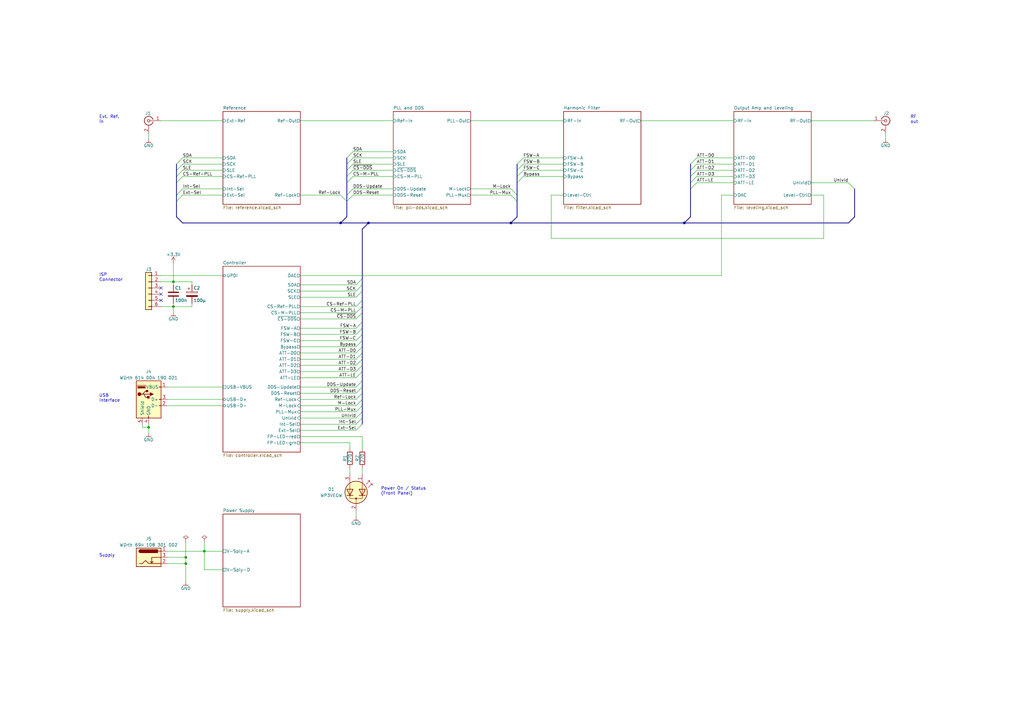
<source format=kicad_sch>
(kicad_sch (version 20250114) (generator "eeschema") (generator_version "9.0")
  (paper "A3")
  (title_block (title "Hauptplatine") (date "16.07.2020") (rev "0") (comment 1 "Hel") (comment 3 "Signalgenerator"))
  (lib_symbols
    (symbol "Connector:Barrel_Jack_Switch" (pin_names (hide yes))
      (property "Reference" "J" (at 0 5.334 0))
      (property "Value" "Barrel_Jack_Switch" (at 0 -5.08 0))
      (symbol "Barrel_Jack_Switch_0_1"
        (rectangle (start -5.08 3.81) (end 5.08 -3.81) (stroke (width 0.254)) (fill (type background)))
        (polyline (pts (xy -3.81 -2.54) (xy -2.54 -2.54) (xy -1.27 -1.27) (xy 0 -2.54) (xy 2.54 -2.54) (xy 5.08 -2.54)) (stroke (width 0.254)))
        (arc (start -3.302 1.905) (mid -3.9343 2.54) (end -3.302 3.175) (stroke (width 0.254)))
        (arc (start -3.302 1.905) (mid -3.9343 2.54) (end -3.302 3.175) (stroke (width 0.254)) (fill (type outline)))
        (polyline (pts (xy 1.27 -2.286) (xy 1.905 -1.651)) (stroke (width 0.254)))
        (rectangle (start 3.683 3.175) (end -3.302 1.905) (stroke (width 0.254)) (fill (type outline)))
        (polyline (pts (xy 5.08 2.54) (xy 3.81 2.54)) (stroke (width 0.254)))
        (polyline (pts (xy 5.08 0) (xy 1.27 0) (xy 1.27 -2.286) (xy 0.635 -1.651)) (stroke (width 0.254)))
      )
      (symbol "Barrel_Jack_Switch_1_1"
        (pin passive line (at 7.62 2.54 180) (length 2.54) (name "~") (number "1"))
        (pin passive line (at 7.62 0 180) (length 2.54) (name "~") (number "3"))
        (pin passive line (at 7.62 -2.54 180) (length 2.54) (name "~") (number "2"))
      )
    )
    (symbol "Connector:Conn_Coaxial" (pin_names (offset 1.016) (hide yes))
      (property "Reference" "J" (at 0.254 3.048 0))
      (property "Value" "Conn_Coaxial" (at 2.921 0 90))
      (symbol "Conn_Coaxial_0_1"
        (polyline (pts (xy -2.54 0) (xy -0.508 0)))
        (arc (start 1.778 0) (mid 0.222 -1.8079) (end -1.778 -0.508) (stroke (width 0.254)))
        (arc (start -1.778 0.508) (mid 0.2221 1.8084) (end 1.778 0) (stroke (width 0.254)))
        (circle (center 0 0) (radius 0.508) (stroke (width 0.2032)))
        (polyline (pts (xy 0 -2.54) (xy 0 -1.778)))
      )
      (symbol "Conn_Coaxial_1_1"
        (pin passive line (at -5.08 0 0) (length 2.54) (name "In") (number "1"))
        (pin passive line (at 0 -5.08 90) (length 2.54) (name "Ext") (number "2"))
      )
    )
    (symbol "Connector:USB_A" (pin_names (offset 1.016))
      (property "Reference" "J" (at -5.08 11.43 0))
      (property "Value" "USB_A" (at -5.08 8.89 0))
      (symbol "USB_A_0_1"
        (rectangle (start -5.08 -7.62) (end 5.08 7.62) (stroke (width 0.254)) (fill (type background)))
        (circle (center -3.81 2.159) (radius 0.635) (stroke (width 0.254)) (fill (type outline)))
        (polyline (pts (xy -3.175 2.159) (xy -2.54 2.159) (xy -1.27 3.429) (xy -0.635 3.429)) (stroke (width 0.254)))
        (polyline (pts (xy -2.54 2.159) (xy -1.905 2.159) (xy -1.27 0.889) (xy 0 0.889)) (stroke (width 0.254)))
        (rectangle (start -1.524 4.826) (end -4.318 5.334) (fill (type outline)))
        (rectangle (start -1.27 4.572) (end -4.572 5.842))
        (circle (center -0.635 3.429) (radius 0.381) (stroke (width 0.254)) (fill (type outline)))
        (rectangle (start -0.127 -7.62) (end 0.127 -6.858))
        (rectangle (start 0.254 1.27) (end -0.508 0.508) (stroke (width 0.254)) (fill (type outline)))
        (polyline (pts (xy 0.635 2.794) (xy 0.635 1.524) (xy 1.905 2.159) (xy 0.635 2.794)) (stroke (width 0.254)) (fill (type outline)))
        (rectangle (start 5.08 4.953) (end 4.318 5.207))
        (rectangle (start 5.08 -0.127) (end 4.318 0.127))
        (rectangle (start 5.08 -2.667) (end 4.318 -2.413))
      )
      (symbol "USB_A_1_1"
        (polyline (pts (xy -1.905 2.159) (xy 0.635 2.159)) (stroke (width 0.254)))
        (pin passive line (at -2.54 -10.16 90) (length 2.54) (name "Shield") (number "5"))
        (pin power_in line (at 0 -10.16 90) (length 2.54) (name "GND") (number "4"))
        (pin power_in line (at 7.62 5.08 180) (length 2.54) (name "VBUS") (number "1"))
        (pin bidirectional line (at 7.62 0 180) (length 2.54) (name "D+") (number "3"))
        (pin bidirectional line (at 7.62 -2.54 180) (length 2.54) (name "D-") (number "2"))
      )
    )
    (symbol "Connector_Generic:Conn_01x06" (pin_names (offset 1.016) (hide yes))
      (property "Reference" "J" (at 0 7.62 0))
      (property "Value" "Conn_01x06" (at 0 -10.16 0))
      (symbol "Conn_01x06_1_1"
        (rectangle (start -1.27 6.35) (end 1.27 -8.89) (stroke (width 0.254)) (fill (type background)))
        (rectangle (start -1.27 5.207) (end 0 4.953) (stroke (width 0.1524)))
        (rectangle (start -1.27 2.667) (end 0 2.413) (stroke (width 0.1524)))
        (rectangle (start -1.27 0.127) (end 0 -0.127) (stroke (width 0.1524)))
        (rectangle (start -1.27 -2.413) (end 0 -2.667) (stroke (width 0.1524)))
        (rectangle (start -1.27 -4.953) (end 0 -5.207) (stroke (width 0.1524)))
        (rectangle (start -1.27 -7.493) (end 0 -7.747) (stroke (width 0.1524)))
        (pin passive line (at -5.08 5.08 0) (length 3.81) (name "Pin_1") (number "1"))
        (pin passive line (at -5.08 2.54 0) (length 3.81) (name "Pin_2") (number "2"))
        (pin passive line (at -5.08 0 0) (length 3.81) (name "Pin_3") (number "3"))
        (pin passive line (at -5.08 -2.54 0) (length 3.81) (name "Pin_4") (number "4"))
        (pin passive line (at -5.08 -5.08 0) (length 3.81) (name "Pin_5") (number "5"))
        (pin passive line (at -5.08 -7.62 0) (length 3.81) (name "Pin_6") (number "6"))
      )
    )
    (symbol "Device:C" (pin_numbers (hide yes)) (pin_names (offset 0.254))
      (property "Reference" "C" (at 0.635 2.54 0))
      (property "Value" "C" (at 0.635 -2.54 0))
      (symbol "C_0_1"
        (polyline (pts (xy -2.032 0.762) (xy 2.032 0.762)) (stroke (width 0.508)))
        (polyline (pts (xy -2.032 -0.762) (xy 2.032 -0.762)) (stroke (width 0.508)))
      )
      (symbol "C_1_1"
        (pin passive line (at 0 3.81 270) (length 2.794) (name "~") (number "1"))
        (pin passive line (at 0 -3.81 90) (length 2.794) (name "~") (number "2"))
      )
    )
    (symbol "Device:CP" (pin_numbers (hide yes)) (pin_names (offset 0.254))
      (property "Reference" "C" (at 0.635 2.54 0))
      (property "Value" "Device_CP" (at 0.635 -2.54 0))
      (symbol "CP_0_1"
        (rectangle (start -2.286 0.508) (end 2.286 1.016))
        (polyline (pts (xy -1.778 2.286) (xy -0.762 2.286)))
        (polyline (pts (xy -1.27 2.794) (xy -1.27 1.778)))
        (rectangle (start 2.286 -0.508) (end -2.286 -1.016) (fill (type outline)))
      )
      (symbol "CP_1_1"
        (pin passive line (at 0 3.81 270) (length 2.794) (name "~") (number "1"))
        (pin passive line (at 0 -3.81 90) (length 2.794) (name "~") (number "2"))
      )
    )
    (symbol "Device:LED_Dual_ACA" (pin_names (offset 0) (hide yes))
      (property "Reference" "D" (at 0 5.715 0))
      (property "Value" "Device_LED_Dual_ACA" (at 0 -6.35 0))
      (symbol "LED_Dual_ACA_0_1"
        (polyline (pts (xy -4.572 0) (xy -2.54 0)))
        (circle (center -2.54 0) (radius 0.2794) (fill (type outline)))
        (polyline (pts (xy -1.27 1.27) (xy -1.27 3.81)) (stroke (width 0.254)))
        (polyline (pts (xy -1.27 -1.27) (xy -1.27 -3.81)) (stroke (width 0.254)))
        (circle (center 0 0) (radius 4.572) (stroke (width 0.254)) (fill (type background)))
        (polyline (pts (xy 1.27 1.27) (xy 1.27 3.81) (xy -1.27 2.54) (xy 1.27 1.27)) (stroke (width 0.254)))
        (polyline (pts (xy 1.27 -3.81) (xy 1.27 -1.27) (xy -1.27 -2.54) (xy 1.27 -3.81)) (stroke (width 0.254)))
        (polyline (pts (xy 2.032 5.08) (xy 3.556 6.604) (xy 2.794 6.604) (xy 3.556 6.604) (xy 3.556 5.842)))
        (polyline (pts (xy 2.032 2.54) (xy -2.54 2.54) (xy -2.54 -2.54) (xy 2.032 -2.54)))
        (polyline (pts (xy 3.302 4.064) (xy 4.826 5.588) (xy 4.064 5.588) (xy 4.826 5.588) (xy 4.826 4.826)))
        (polyline (pts (xy 3.81 2.54) (xy 1.905 2.54)))
        (polyline (pts (xy 3.81 -2.54) (xy 1.905 -2.54)))
      )
      (symbol "LED_Dual_ACA_1_1"
        (pin input line (at -7.62 0 0) (length 3.048) (name "K") (number "2"))
        (pin input line (at 7.62 2.54 180) (length 3.81) (name "A1") (number "1"))
        (pin input line (at 7.62 -2.54 180) (length 3.81) (name "A2") (number "3"))
      )
    )
    (symbol "Device:R" (pin_numbers (hide yes)) (pin_names (offset 0))
      (property "Reference" "R" (at 2.032 0 90))
      (property "Value" "R" (at 0 0 90))
      (symbol "R_0_1"
        (rectangle (start -1.016 -2.54) (end 1.016 2.54) (stroke (width 0.254)))
      )
      (symbol "R_1_1"
        (pin passive line (at 0 3.81 270) (length 1.27) (name "~") (number "1"))
        (pin passive line (at 0 -3.81 90) (length 1.27) (name "~") (number "2"))
      )
    )
    (symbol "mario_aux:GND" (power) (pin_names (offset 0))
      (property "Value" "mario_aux_GND" (at 0 -2.54 0))
      (symbol "GND_0_1"
        (polyline (pts (xy 0 -1.27) (xy 0 0)))
        (polyline (pts (xy 1.016 -1.27) (xy -1.016 -1.27)) (stroke (width 0.2032)))
      )
      (symbol "GND_1_1"
        (pin power_in line (at 0 0 90) (length 0) (hide yes) (name "GND") (number "1"))
      )
    )
    (symbol "power:+3.3V" (power) (pin_numbers (hide yes)) (pin_names (offset 0) (hide yes))
      (property "Value" "+3.3V" (at 0 3.556 0))
      (symbol "+3.3V_0_1"
        (polyline (pts (xy -0.762 1.27) (xy 0 2.54)))
        (polyline (pts (xy 0 2.54) (xy 0.762 1.27)))
        (polyline (pts (xy 0 0) (xy 0 2.54)))
      )
      (symbol "+3.3V_1_1"
        (pin power_in line (at 0 0 90) (length 0) (name "~") (number "1"))
      )
    )
    (symbol "power:PWR_FLAG" (power) (pin_numbers (hide yes)) (pin_names (offset 0) (hide yes))
      (property "Value" "PWR_FLAG" (at 0 3.81 0))
      (symbol "PWR_FLAG_0_0"
        (pin power_out line (at 0 0 90) (length 0) (name "~") (number "1"))
      )
      (symbol "PWR_FLAG_0_1"
        (polyline (pts (xy 0 0) (xy 0 1.27) (xy -1.016 1.905) (xy 0 2.54) (xy 1.016 1.905) (xy 0 1.27)))
      )
    )
  )
  (text "Supply" (at 40.64 228.6 0) (effects (font (size 1.27 1.27)) (justify left bottom)))
  (text "USB \nInterface" (at 40.64 165.1 0) (effects (font (size 1.27 1.27)) (justify left bottom)))
  (text "RF\nout" (at 373.38 50.8 0) (effects (font (size 1.27 1.27)) (justify left bottom)))
  (text "Power On / Status\n(Front Panel)" (at 156.21 203.2 0) (effects (font (size 1.27 1.27)) (justify left bottom)))
  (text "Ext. Ref.\nin" (at 40.64 50.8 0) (effects (font (size 1.27 1.27)) (justify left bottom)))
  (text "ISP \nConnector" (at 40.64 115.57 0) (effects (font (size 1.27 1.27)) (justify left bottom)))
  (junction (at 151.13 91.44))
  (junction (at 209.55 91.44))
  (junction (at 71.12 125.73))
  (junction (at 71.12 115.57))
  (junction (at 83.82 226.06))
  (junction (at 60.96 175.26))
  (junction (at 139.7 91.44))
  (junction (at 280.67 91.44))
  (junction (at 76.2 231.14))
  (junction (at 76.2 228.6))
  (no_connect (at 66.04 123.19))
  (no_connect (at 66.04 120.65))
  (no_connect (at 66.04 118.11))
  (bus_entry (at 283.21 69.85) (size 2.54 -2.54))
  (bus_entry (at 146.05 173.99) (size 2.54 -2.54))
  (bus_entry (at 146.05 152.4) (size 2.54 -2.54))
  (bus_entry (at 72.39 82.55) (size 2.54 -2.54))
  (bus_entry (at 214.63 72.39) (size -2.54 2.54))
  (bus_entry (at 283.21 72.39) (size 2.54 -2.54))
  (bus_entry (at 72.39 74.93) (size 2.54 -2.54))
  (bus_entry (at 72.39 69.85) (size 2.54 -2.54))
  (bus_entry (at 142.24 72.39) (size 2.54 -2.54))
  (bus_entry (at 347.98 74.93) (size 2.54 2.54))
  (bus_entry (at 142.24 67.31) (size 2.54 -2.54))
  (bus_entry (at 142.24 82.55) (size 2.54 -2.54))
  (bus_entry (at 283.21 74.93) (size 2.54 -2.54))
  (bus_entry (at 146.05 128.27) (size 2.54 -2.54))
  (bus_entry (at 146.05 163.83) (size 2.54 -2.54))
  (bus_entry (at 146.05 166.37) (size 2.54 -2.54))
  (bus_entry (at 146.05 176.53) (size 2.54 -2.54))
  (bus_entry (at 146.05 158.75) (size 2.54 -2.54))
  (bus_entry (at 283.21 77.47) (size 2.54 -2.54))
  (bus_entry (at 146.05 119.38) (size 2.54 -2.54))
  (bus_entry (at 146.05 130.81) (size 2.54 -2.54))
  (bus_entry (at 146.05 116.84) (size 2.54 -2.54))
  (bus_entry (at 146.05 149.86) (size 2.54 -2.54))
  (bus_entry (at 146.05 134.62) (size 2.54 -2.54))
  (bus_entry (at 146.05 147.32) (size 2.54 -2.54))
  (bus_entry (at 142.24 80.01) (size 2.54 -2.54))
  (bus_entry (at 142.24 74.93) (size 2.54 -2.54))
  (bus_entry (at 212.09 80.01) (size -2.54 -2.54))
  (bus_entry (at 283.21 67.31) (size 2.54 -2.54))
  (bus_entry (at 142.24 69.85) (size 2.54 -2.54))
  (bus_entry (at 146.05 154.94) (size 2.54 -2.54))
  (bus_entry (at 146.05 144.78) (size 2.54 -2.54))
  (bus_entry (at 146.05 168.91) (size 2.54 -2.54))
  (bus_entry (at 146.05 137.16) (size 2.54 -2.54))
  (bus_entry (at 212.09 82.55) (size -2.54 -2.54))
  (bus_entry (at 72.39 80.01) (size 2.54 -2.54))
  (bus_entry (at 146.05 139.7) (size 2.54 -2.54))
  (bus_entry (at 212.09 69.85) (size 2.54 -2.54))
  (bus_entry (at 146.05 142.24) (size 2.54 -2.54))
  (bus_entry (at 212.09 67.31) (size 2.54 -2.54))
  (bus_entry (at 146.05 125.73) (size 2.54 -2.54))
  (bus_entry (at 72.39 67.31) (size 2.54 -2.54))
  (bus_entry (at 146.05 171.45) (size 2.54 -2.54))
  (bus_entry (at 142.24 64.77) (size 2.54 -2.54))
  (bus_entry (at 146.05 121.92) (size 2.54 -2.54))
  (bus_entry (at 146.05 161.29) (size 2.54 -2.54))
  (bus_entry (at 139.7 80.01) (size 2.54 2.54))
  (bus_entry (at 212.09 72.39) (size 2.54 -2.54))
  (bus_entry (at 72.39 72.39) (size 2.54 -2.54))
  (bus (pts (xy 350.52 77.47) (xy 350.52 88.9)))
  (wire (pts (xy 143.51 191.77) (xy 143.51 194.31)))
  (wire (pts (xy 214.63 72.39) (xy 231.14 72.39)))
  (bus (pts (xy 148.59 125.73) (xy 148.59 128.27)))
  (bus (pts (xy 148.59 152.4) (xy 148.59 156.21)))
  (bus (pts (xy 142.24 80.01) (xy 142.24 82.55)))
  (wire (pts (xy 231.14 64.77) (xy 214.63 64.77)))
  (wire (pts (xy 68.58 226.06) (xy 83.82 226.06)))
  (wire (pts (xy 91.44 64.77) (xy 74.93 64.77)))
  (wire (pts (xy 123.19 166.37) (xy 146.05 166.37)))
  (bus (pts (xy 212.09 74.93) (xy 212.09 80.01)))
  (bus (pts (xy 148.59 93.98) (xy 151.13 91.44)))
  (wire (pts (xy 161.29 77.47) (xy 144.78 77.47)))
  (bus (pts (xy 151.13 91.44) (xy 209.55 91.44)))
  (bus (pts (xy 209.55 91.44) (xy 280.67 91.44)))
  (bus (pts (xy 148.59 134.62) (xy 148.59 137.16)))
  (bus (pts (xy 72.39 69.85) (xy 72.39 72.39)))
  (wire (pts (xy 146.05 158.75) (xy 123.19 158.75)))
  (bus (pts (xy 142.24 64.77) (xy 142.24 67.31)))
  (wire (pts (xy 123.19 149.86) (xy 146.05 149.86)))
  (bus (pts (xy 72.39 82.55) (xy 72.39 88.9)))
  (wire (pts (xy 123.19 125.73) (xy 146.05 125.73)))
  (wire (pts (xy 123.19 142.24) (xy 146.05 142.24)))
  (wire (pts (xy 71.12 115.57) (xy 71.12 116.84)))
  (bus (pts (xy 212.09 67.31) (xy 212.09 69.85)))
  (wire (pts (xy 337.82 80.01) (xy 337.82 97.79)))
  (wire (pts (xy 161.29 67.31) (xy 144.78 67.31)))
  (wire (pts (xy 76.2 222.25) (xy 76.2 228.6)))
  (bus (pts (xy 148.59 163.83) (xy 148.59 166.37)))
  (wire (pts (xy 262.89 49.53) (xy 300.99 49.53)))
  (wire (pts (xy 123.19 173.99) (xy 146.05 173.99)))
  (wire (pts (xy 123.19 179.07) (xy 148.59 179.07)))
  (bus (pts (xy 148.59 137.16) (xy 148.59 139.7)))
  (wire (pts (xy 71.12 125.73) (xy 71.12 128.27)))
  (wire (pts (xy 68.58 231.14) (xy 76.2 231.14)))
  (wire (pts (xy 143.51 181.61) (xy 143.51 184.15)))
  (wire (pts (xy 231.14 67.31) (xy 214.63 67.31)))
  (wire (pts (xy 295.91 113.03) (xy 295.91 80.01)))
  (wire (pts (xy 193.04 80.01) (xy 209.55 80.01)))
  (wire (pts (xy 123.19 168.91) (xy 146.05 168.91)))
  (wire (pts (xy 91.44 77.47) (xy 74.93 77.47)))
  (wire (pts (xy 226.06 80.01) (xy 231.14 80.01)))
  (bus (pts (xy 72.39 74.93) (xy 72.39 80.01)))
  (bus (pts (xy 148.59 114.3) (xy 148.59 116.84)))
  (bus (pts (xy 283.21 74.93) (xy 283.21 77.47)))
  (wire (pts (xy 337.82 97.79) (xy 226.06 97.79)))
  (wire (pts (xy 91.44 233.68) (xy 83.82 233.68)))
  (wire (pts (xy 123.19 176.53) (xy 146.05 176.53)))
  (wire (pts (xy 123.19 152.4) (xy 146.05 152.4)))
  (bus (pts (xy 148.59 128.27) (xy 148.59 132.08)))
  (wire (pts (xy 300.99 69.85) (xy 285.75 69.85)))
  (bus (pts (xy 212.09 82.55) (xy 212.09 88.9)))
  (wire (pts (xy 91.44 80.01) (xy 74.93 80.01)))
  (bus (pts (xy 148.59 139.7) (xy 148.59 142.24)))
  (wire (pts (xy 123.19 49.53) (xy 161.29 49.53)))
  (bus (pts (xy 72.39 88.9) (xy 74.93 91.44)))
  (wire (pts (xy 123.19 121.92) (xy 146.05 121.92)))
  (wire (pts (xy 60.96 54.61) (xy 60.96 57.15)))
  (wire (pts (xy 226.06 97.79) (xy 226.06 80.01)))
  (wire (pts (xy 332.74 74.93) (xy 347.98 74.93)))
  (wire (pts (xy 83.82 233.68) (xy 83.82 226.06)))
  (bus (pts (xy 212.09 88.9) (xy 209.55 91.44)))
  (wire (pts (xy 146.05 209.55) (xy 146.05 212.09)))
  (wire (pts (xy 91.44 69.85) (xy 74.93 69.85)))
  (bus (pts (xy 212.09 69.85) (xy 212.09 72.39)))
  (wire (pts (xy 123.19 134.62) (xy 146.05 134.62)))
  (bus (pts (xy 280.67 91.44) (xy 347.98 91.44)))
  (bus (pts (xy 142.24 72.39) (xy 142.24 74.93)))
  (wire (pts (xy 123.19 171.45) (xy 146.05 171.45)))
  (wire (pts (xy 123.19 116.84) (xy 146.05 116.84)))
  (bus (pts (xy 148.59 168.91) (xy 148.59 171.45)))
  (bus (pts (xy 283.21 77.47) (xy 283.21 88.9)))
  (wire (pts (xy 161.29 72.39) (xy 144.78 72.39)))
  (bus (pts (xy 148.59 156.21) (xy 148.59 158.75)))
  (wire (pts (xy 123.19 137.16) (xy 146.05 137.16)))
  (bus (pts (xy 148.59 144.78) (xy 148.59 147.32)))
  (wire (pts (xy 193.04 49.53) (xy 231.14 49.53)))
  (wire (pts (xy 66.04 49.53) (xy 91.44 49.53)))
  (bus (pts (xy 148.59 161.29) (xy 148.59 163.83)))
  (wire (pts (xy 91.44 67.31) (xy 74.93 67.31)))
  (bus (pts (xy 142.24 69.85) (xy 142.24 72.39)))
  (wire (pts (xy 60.96 175.26) (xy 60.96 177.8)))
  (bus (pts (xy 283.21 69.85) (xy 283.21 72.39)))
  (bus (pts (xy 148.59 116.84) (xy 148.59 119.38)))
  (wire (pts (xy 123.19 139.7) (xy 146.05 139.7)))
  (wire (pts (xy 78.74 125.73) (xy 78.74 124.46)))
  (bus (pts (xy 148.59 142.24) (xy 148.59 144.78)))
  (wire (pts (xy 83.82 226.06) (xy 91.44 226.06)))
  (wire (pts (xy 76.2 228.6) (xy 76.2 231.14)))
  (wire (pts (xy 123.19 154.94) (xy 146.05 154.94)))
  (wire (pts (xy 66.04 113.03) (xy 91.44 113.03)))
  (wire (pts (xy 83.82 222.25) (xy 83.82 226.06)))
  (wire (pts (xy 193.04 77.47) (xy 209.55 77.47)))
  (bus (pts (xy 148.59 93.98) (xy 148.59 114.3)))
  (wire (pts (xy 161.29 62.23) (xy 144.78 62.23)))
  (wire (pts (xy 78.74 115.57) (xy 78.74 116.84)))
  (wire (pts (xy 91.44 158.75) (xy 68.58 158.75)))
  (bus (pts (xy 148.59 147.32) (xy 148.59 149.86)))
  (wire (pts (xy 161.29 64.77) (xy 144.78 64.77)))
  (bus (pts (xy 148.59 119.38) (xy 148.59 123.19)))
  (bus (pts (xy 283.21 72.39) (xy 283.21 74.93)))
  (wire (pts (xy 76.2 231.14) (xy 76.2 238.76)))
  (bus (pts (xy 148.59 149.86) (xy 148.59 152.4)))
  (wire (pts (xy 123.19 144.78) (xy 146.05 144.78)))
  (wire (pts (xy 295.91 80.01) (xy 300.99 80.01)))
  (wire (pts (xy 123.19 181.61) (xy 143.51 181.61)))
  (bus (pts (xy 72.39 80.01) (xy 72.39 82.55)))
  (wire (pts (xy 123.19 113.03) (xy 295.91 113.03)))
  (wire (pts (xy 123.19 147.32) (xy 146.05 147.32)))
  (bus (pts (xy 212.09 80.01) (xy 212.09 82.55)))
  (wire (pts (xy 161.29 80.01) (xy 144.78 80.01)))
  (wire (pts (xy 300.99 72.39) (xy 285.75 72.39)))
  (bus (pts (xy 148.59 132.08) (xy 148.59 134.62)))
  (bus (pts (xy 148.59 123.19) (xy 148.59 125.73)))
  (wire (pts (xy 66.04 125.73) (xy 71.12 125.73)))
  (bus (pts (xy 142.24 67.31) (xy 142.24 69.85)))
  (wire (pts (xy 332.74 49.53) (xy 358.14 49.53)))
  (bus (pts (xy 212.09 72.39) (xy 212.09 74.93)))
  (wire (pts (xy 71.12 115.57) (xy 78.74 115.57)))
  (bus (pts (xy 148.59 171.45) (xy 148.59 173.99)))
  (wire (pts (xy 68.58 166.37) (xy 91.44 166.37)))
  (wire (pts (xy 300.99 64.77) (xy 285.75 64.77)))
  (wire (pts (xy 300.99 74.93) (xy 285.75 74.93)))
  (bus (pts (xy 72.39 72.39) (xy 72.39 74.93)))
  (bus (pts (xy 148.59 158.75) (xy 148.59 161.29)))
  (bus (pts (xy 139.7 91.44) (xy 151.13 91.44)))
  (wire (pts (xy 161.29 69.85) (xy 144.78 69.85)))
  (wire (pts (xy 71.12 125.73) (xy 78.74 125.73)))
  (wire (pts (xy 71.12 115.57) (xy 71.12 107.95)))
  (wire (pts (xy 231.14 69.85) (xy 214.63 69.85)))
  (wire (pts (xy 66.04 115.57) (xy 71.12 115.57)))
  (wire (pts (xy 332.74 80.01) (xy 337.82 80.01)))
  (bus (pts (xy 283.21 67.31) (xy 283.21 69.85)))
  (bus (pts (xy 72.39 67.31) (xy 72.39 69.85)))
  (bus (pts (xy 283.21 88.9) (xy 280.67 91.44)))
  (wire (pts (xy 123.19 128.27) (xy 146.05 128.27)))
  (wire (pts (xy 60.96 173.99) (xy 60.96 175.26)))
  (wire (pts (xy 300.99 67.31) (xy 285.75 67.31)))
  (wire (pts (xy 60.96 175.26) (xy 58.42 175.26)))
  (wire (pts (xy 363.22 54.61) (xy 363.22 57.15)))
  (wire (pts (xy 148.59 179.07) (xy 148.59 184.15)))
  (wire (pts (xy 71.12 124.46) (xy 71.12 125.73)))
  (wire (pts (xy 91.44 72.39) (xy 74.93 72.39)))
  (wire (pts (xy 58.42 175.26) (xy 58.42 173.99)))
  (bus (pts (xy 74.93 91.44) (xy 139.7 91.44)))
  (wire (pts (xy 123.19 119.38) (xy 146.05 119.38)))
  (wire (pts (xy 68.58 228.6) (xy 76.2 228.6)))
  (bus (pts (xy 347.98 91.44) (xy 350.52 88.9)))
  (wire (pts (xy 123.19 161.29) (xy 146.05 161.29)))
  (bus (pts (xy 142.24 74.93) (xy 142.24 80.01)))
  (wire (pts (xy 91.44 163.83) (xy 68.58 163.83)))
  (bus (pts (xy 148.59 166.37) (xy 148.59 168.91)))
  (wire (pts (xy 123.19 80.01) (xy 139.7 80.01)))
  (wire (pts (xy 123.19 130.81) (xy 146.05 130.81)))
  (wire (pts (xy 148.59 191.77) (xy 148.59 194.31)))
  (wire (pts (xy 123.19 163.83) (xy 146.05 163.83)))
  (bus (pts (xy 142.24 82.55) (xy 142.24 88.9)))
  (bus (pts (xy 142.24 88.9) (xy 139.7 91.44)))
  (label "ATT-D1" (at 146.05 147.32 180))
  (label "Unlvld" (at 347.98 74.93 180))
  (label "SDA" (at 74.93 64.77 0))
  (label "~{CS-DDS}" (at 146.05 130.81 180))
  (label "SDA" (at 146.05 116.84 180))
  (label "PLL-Mux" (at 146.05 168.91 180))
  (label "DDS-Update" (at 146.05 158.75 180))
  (label "ATT-D1" (at 285.75 67.31 0))
  (label "DDS-Update" (at 144.78 77.47 0))
  (label "~{CS-DDS}" (at 144.78 69.85 0))
  (label "ATT-D3" (at 146.05 152.4 180))
  (label "ATT-D2" (at 146.05 149.86 180))
  (label "DDS-Reset" (at 146.05 161.29 180))
  (label "SLE" (at 144.78 67.31 0))
  (label "ATT-LE" (at 285.75 74.93 0))
  (label "ATT-D0" (at 146.05 144.78 180))
  (label "ATT-D3" (at 285.75 72.39 0))
  (label "SCK" (at 74.93 67.31 0))
  (label "ATT-LE" (at 146.05 154.94 180))
  (label "FSW-C" (at 214.63 69.85 0))
  (label "Unlvld" (at 146.05 171.45 180))
  (label "FSW-B" (at 146.05 137.16 180))
  (label "CS-Ref-PLL" (at 146.05 125.73 180))
  (label "SLE" (at 146.05 121.92 180))
  (label "Int-Sel" (at 146.05 173.99 180))
  (label "FSW-A" (at 214.63 64.77 0))
  (label "Bypass" (at 214.63 72.39 0))
  (label "Int-Sel" (at 74.93 77.47 0))
  (label "Ref-Lock" (at 146.05 163.83 180))
  (label "SCK" (at 144.78 64.77 0))
  (label "M-Lock" (at 209.55 77.47 180))
  (label "SLE" (at 74.93 69.85 0))
  (label "PLL-Mux" (at 209.55 80.01 180))
  (label "SCK" (at 146.05 119.38 180))
  (label "M-Lock" (at 146.05 166.37 180))
  (label "Ref-Lock" (at 139.7 80.01 180))
  (label "CS-M-PLL" (at 144.78 72.39 0))
  (label "DDS-Reset" (at 144.78 80.01 0))
  (label "FSW-B" (at 214.63 67.31 0))
  (label "ATT-D2" (at 285.75 69.85 0))
  (label "CS-M-PLL" (at 146.05 128.27 180))
  (label "FSW-A" (at 146.05 134.62 180))
  (label "Ext-Sel" (at 74.93 80.01 0))
  (label "CS-Ref-PLL" (at 74.93 72.39 0))
  (label "Bypass" (at 146.05 142.24 180))
  (label "Ext-Sel" (at 146.05 176.53 180))
  (label "SDA" (at 144.78 62.23 0))
  (label "ATT-D0" (at 285.75 64.77 0))
  (label "FSW-C" (at 146.05 139.7 180))
  (symbol (lib_id "Connector:Conn_Coaxial") (at 60.96 49.53 0) (mirror y) (unit 1)
    (property "Reference" "J1" (at 60.706 46.482 0))
    (property "Value" "SMA" (effects (hide yes)))
    (property "Footprint" "connectors:SMA-Jack_angle" (effects (hide yes)))
  )
  (symbol (lib_id "mario_aux:GND") (at 60.96 57.15 0) (unit 1)
    (property "Reference" "#GND01" (effects (hide yes)))
    (property "Value" "GND" (at 60.96 59.69 0))
  )
  (symbol (lib_id "Connector:Conn_Coaxial") (at 363.22 49.53 0) (unit 1)
    (property "Reference" "J2" (at 363.474 46.482 0))
    (property "Value" "Cinch 142-0781-821" (effects (hide yes)))
    (property "Footprint" "connectors:SMA-Launcher_Cinch_142-0771-831" (effects (hide yes)))
  )
  (symbol (lib_id "mario_aux:GND") (at 363.22 57.15 0) (unit 1)
    (property "Reference" "#GND02" (effects (hide yes)))
    (property "Value" "GND" (at 363.22 59.69 0))
  )
  (symbol (lib_id "Connector:USB_A") (at 60.96 163.83 0) (unit 1)
    (property "Reference" "J4" (at 60.96 152.4 0))
    (property "Value" "Würth 614 004 190 021" (at 60.96 154.94 0))
    (property "Footprint" "Connector_USB:USB_A_Stewart_SS-52100-001_Horizontal" (effects (hide yes)))
  )
  (symbol (lib_id "mario_aux:GND") (at 60.96 177.8 0) (unit 1)
    (property "Reference" "#GND04" (effects (hide yes)))
    (property "Value" "GND" (at 60.96 180.34 0))
  )
  (symbol (lib_id "Connector_Generic:Conn_01x06") (at 60.96 118.11 0) (mirror y) (unit 1)
    (property "Reference" "J3" (at 60.96 110.49 0))
    (property "Value" "Conn_01x06" (effects (hide yes)))
    (property "Footprint" "Connector_IDC:IDC-Header_2x03_P2.54mm_Vertical" (effects (hide yes)))
  )
  (symbol (lib_id "Device:C") (at 71.12 120.65 0) (unit 1)
    (property "Reference" "C1" (at 71.755 118.11 0) (effects (justify left)))
    (property "Value" "100n" (at 71.755 123.19 0) (effects (justify left)))
    (property "Footprint" "Capacitor_SMD:C_0805_2012Metric" (effects (hide yes)))
  )
  (symbol (lib_id "mario_aux:GND") (at 71.12 128.27 0) (unit 1)
    (property "Reference" "#GND03" (effects (hide yes)))
    (property "Value" "GND" (at 71.12 130.81 0))
  )
  (symbol (lib_id "power:+3.3V") (at 71.12 107.95 0) (unit 1)
    (property "Reference" "#PWR01" (effects (hide yes)))
    (property "Value" "+3.3V" (at 71.12 104.394 0))
  )
  (symbol (lib_id "mario_aux:GND") (at 76.2 238.76 0) (unit 1)
    (property "Reference" "#GND06" (effects (hide yes)))
    (property "Value" "GND" (at 76.2 241.3 0))
  )
  (symbol (lib_id "power:PWR_FLAG") (at 76.2 222.25 0) (unit 1)
    (property "Reference" "#FLG01" (effects (hide yes)))
    (property "Value" "PWR_FLAG" (effects (hide yes)))
  )
  (symbol (lib_id "Connector:Barrel_Jack_Switch") (at 60.96 228.6 0) (unit 1)
    (property "Reference" "J5" (at 60.96 220.98 0))
    (property "Value" "Würth 694 108 301 002" (at 60.96 223.52 0))
    (property "Footprint" "Connector_BarrelJack:BarrelJack_Wuerth_6941xx301002" (effects (hide yes)))
  )
  (symbol (lib_id "power:PWR_FLAG") (at 83.82 222.25 0) (unit 1)
    (property "Reference" "#FLG02" (effects (hide yes)))
    (property "Value" "PWR_FLAG" (effects (hide yes)))
  )
  (symbol (lib_id "Device:R") (at 148.59 187.96 180) (unit 1)
    (property "Reference" "R2" (at 146.558 187.96 90))
    (property "Value" "270" (at 148.59 187.96 90))
    (property "Footprint" "Resistor_SMD:R_0805_2012Metric" (effects (hide yes)))
  )
  (symbol (lib_id "mario_aux:GND") (at 146.05 212.09 0) (unit 1)
    (property "Reference" "#GND05" (effects (hide yes)))
    (property "Value" "GND" (at 146.05 214.63 0))
  )
  (symbol (lib_id "Device:LED_Dual_ACA") (at 146.05 201.93 270) (mirror x) (unit 1)
    (property "Reference" "D1" (at 135.89 200.66 90))
    (property "Value" "WP3VEGW" (at 135.89 203.2 90))
    (property "Footprint" "LED_THT:LED_D3.0mm-3" (effects (hide yes)))
  )
  (symbol (lib_id "Device:R") (at 143.51 187.96 180) (unit 1)
    (property "Reference" "R1" (at 141.478 187.96 90))
    (property "Value" "270" (at 143.51 187.96 90))
    (property "Footprint" "Resistor_SMD:R_0805_2012Metric" (effects (hide yes)))
  )
  (symbol (lib_id "Device:CP") (at 78.74 120.65 0) (unit 1)
    (property "Reference" "C2" (at 79.375 118.11 0) (effects (justify left)))
    (property "Value" "100µ" (at 79.375 123.19 0) (effects (justify left)))
    (property "Footprint" "Capacitor_THT:CP_Radial_D6.3mm_P2.50mm" (effects (hide yes)))
  )
  (sheet (at 161.29 45.72) (size 31.75 38.1)
    (property "Sheetname" "PLL and DDS" (at 161.29 45.0084 0) (effects (justify left bottom)))
    (property "Sheetfile" "pll-dds.kicad_sch" (at 161.29 84.4046 0) (effects (justify left top)))
    (pin "SDA" input (at 161.29 62.23 180))
    (pin "PLL-Out" output (at 193.04 49.53 0))
    (pin "PLL-Mux" output (at 193.04 80.01 0))
    (pin "SCK" input (at 161.29 64.77 180))
    (pin "SLE" input (at 161.29 67.31 180))
    (pin "M-Lock" output (at 193.04 77.47 0))
    (pin "Ref-In" input (at 161.29 49.53 180))
    (pin "DDS-Reset" input (at 161.29 80.01 180))
    (pin "~{CS-DDS}" input (at 161.29 69.85 180))
    (pin "CS-M-PLL" input (at 161.29 72.39 180))
    (pin "DDS-Update" input (at 161.29 77.47 180))
  )
  (sheet (at 231.14 45.72) (size 31.75 38.1)
    (property "Sheetname" "Harmonic Filter" (at 231.14 45.0084 0) (effects (justify left bottom)))
    (property "Sheetfile" "filter.kicad_sch" (at 231.14 84.4046 0) (effects (justify left top)))
    (pin "RF-In" input (at 231.14 49.53 180))
    (pin "RF-Out" output (at 262.89 49.53 0))
    (pin "FSW-A" input (at 231.14 64.77 180))
    (pin "FSW-B" input (at 231.14 67.31 180))
    (pin "FSW-C" input (at 231.14 69.85 180))
    (pin "Level-Ctrl" input (at 231.14 80.01 180))
    (pin "Bypass" input (at 231.14 72.39 180))
  )
  (sheet (at 300.99 45.72) (size 31.75 38.1)
    (property "Sheetname" "Output Amp and Leveling" (at 300.99 45.0084 0) (effects (justify left bottom)))
    (property "Sheetfile" "leveling.kicad_sch" (at 300.99 84.4046 0) (effects (justify left top)))
    (pin "RF-In" input (at 300.99 49.53 180))
    (pin "RF-Out" output (at 332.74 49.53 0))
    (pin "ATT-D0" input (at 300.99 64.77 180))
    (pin "ATT-D1" input (at 300.99 67.31 180))
    (pin "ATT-D2" input (at 300.99 69.85 180))
    (pin "ATT-D3" input (at 300.99 72.39 180))
    (pin "ATT-LE" input (at 300.99 74.93 180))
    (pin "Unlvld" output (at 332.74 74.93 0))
    (pin "Level-Ctrl" output (at 332.74 80.01 0))
    (pin "DAC" input (at 300.99 80.01 180))
  )
  (sheet (at 91.44 109.22) (size 31.75 76.2)
    (property "Sheetname" "Controller" (at 91.44 108.5084 0) (effects (justify left bottom)))
    (property "Sheetfile" "controller.kicad_sch" (at 91.44 186.0046 0) (effects (justify left top)))
    (pin "UPDI" bidirectional (at 91.44 113.03 180))
    (pin "USB-D+" bidirectional (at 91.44 163.83 180))
    (pin "USB-D-" bidirectional (at 91.44 166.37 180))
    (pin "USB-VBUS" passive (at 91.44 158.75 180))
    (pin "SDA" output (at 123.19 116.84 0))
    (pin "SCK" output (at 123.19 119.38 0))
    (pin "SLE" output (at 123.19 121.92 0))
    (pin "DDS-Reset" output (at 123.19 161.29 0))
    (pin "CS-M-PLL" output (at 123.19 128.27 0))
    (pin "~{CS-DDS}" output (at 123.19 130.81 0))
    (pin "CS-Ref-PLL" output (at 123.19 125.73 0))
    (pin "Ref-Lock" input (at 123.19 163.83 0))
    (pin "M-Lock" input (at 123.19 166.37 0))
    (pin "PLL-Mux" input (at 123.19 168.91 0))
    (pin "FSW-A" output (at 123.19 134.62 0))
    (pin "FSW-B" output (at 123.19 137.16 0))
    (pin "FSW-C" output (at 123.19 139.7 0))
    (pin "Unlvld" input (at 123.19 171.45 0))
    (pin "ATT-D0" output (at 123.19 144.78 0))
    (pin "ATT-D1" output (at 123.19 147.32 0))
    (pin "ATT-D2" output (at 123.19 149.86 0))
    (pin "ATT-D3" output (at 123.19 152.4 0))
    (pin "ATT-LE" output (at 123.19 154.94 0))
    (pin "DAC" output (at 123.19 113.03 0))
    (pin "Int-Sel" output (at 123.19 173.99 0))
    (pin "Ext-Sel" output (at 123.19 176.53 0))
    (pin "DDS-Update" output (at 123.19 158.75 0))
    (pin "FP-LED-red" output (at 123.19 179.07 0))
    (pin "FP-LED-grn" output (at 123.19 181.61 0))
    (pin "Bypass" output (at 123.19 142.24 0))
  )
  (sheet (at 91.44 45.72) (size 31.75 38.1)
    (property "Sheetname" "Reference" (at 91.44 45.0084 0) (effects (justify left bottom)))
    (property "Sheetfile" "reference.kicad_sch" (at 91.44 84.4046 0) (effects (justify left top)))
    (pin "SLE" input (at 91.44 69.85 180))
    (pin "SDA" input (at 91.44 64.77 180))
    (pin "SCK" input (at 91.44 67.31 180))
    (pin "Ref-Lock" output (at 123.19 80.01 0))
    (pin "Ext-Ref" input (at 91.44 49.53 180))
    (pin "Ref-Out" output (at 123.19 49.53 0))
    (pin "CS-Ref-PLL" input (at 91.44 72.39 180))
    (pin "Int-Sel" input (at 91.44 77.47 180))
    (pin "Ext-Sel" input (at 91.44 80.01 180))
  )
  (sheet (at 91.44 210.82) (size 31.75 38.1)
    (property "Sheetname" "Power Supply" (at 91.44 210.1084 0) (effects (justify left bottom)))
    (property "Sheetfile" "supply.kicad_sch" (at 91.44 249.5046 0) (effects (justify left top)))
    (pin "V-Sply-A" passive (at 91.44 226.06 180))
    (pin "V-Sply-D" passive (at 91.44 233.68 180))
  )
)
</source>
